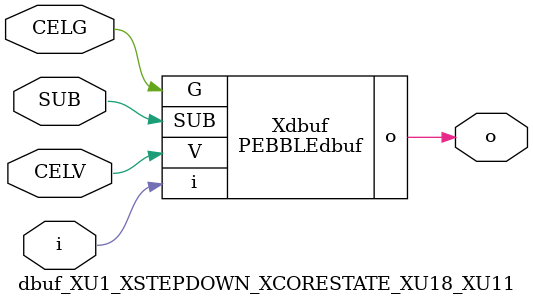
<source format=v>



module PEBBLEdbuf ( o, G, SUB, V, i );

  input V;
  input i;
  input G;
  output o;
  input SUB;
endmodule

//Celera Confidential Do Not Copy dbuf_XU1_XSTEPDOWN_XCORESTATE_XU18_XU11
//Celera Confidential Symbol Generator
//Digital Buffer
module dbuf_XU1_XSTEPDOWN_XCORESTATE_XU18_XU11 (CELV,CELG,i,o,SUB);
input CELV;
input CELG;
input i;
input SUB;
output o;

//Celera Confidential Do Not Copy dbuf
PEBBLEdbuf Xdbuf(
.V (CELV),
.i (i),
.o (o),
.SUB (SUB),
.G (CELG)
);
//,diesize,PEBBLEdbuf

//Celera Confidential Do Not Copy Module End
//Celera Schematic Generator
endmodule

</source>
